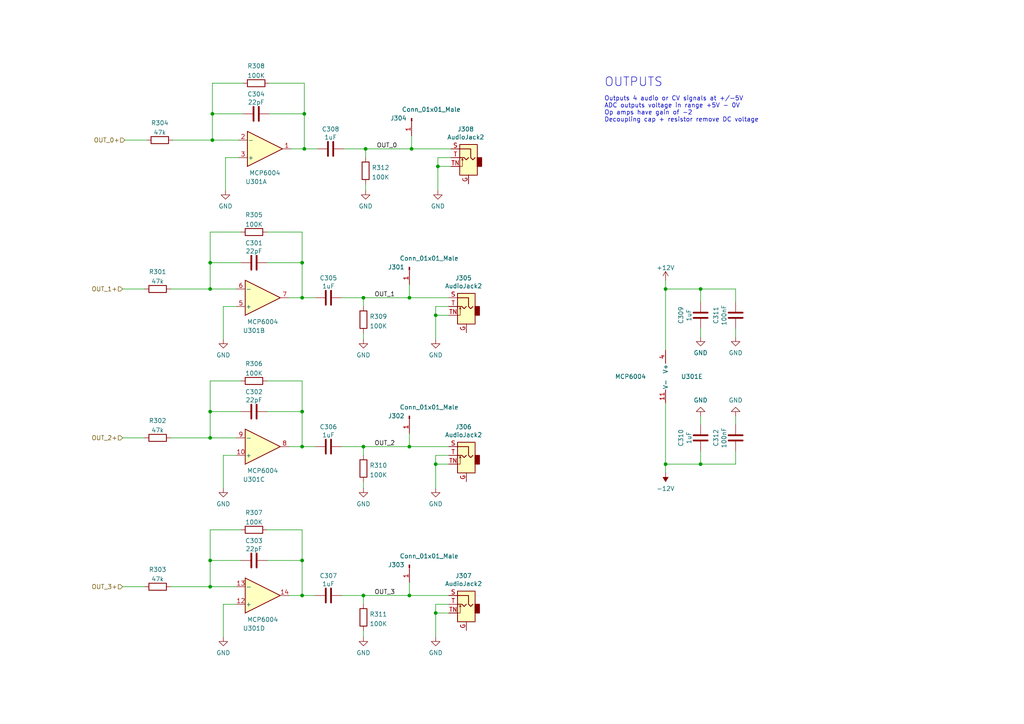
<source format=kicad_sch>
(kicad_sch (version 20211123) (generator eeschema)
  (paper "A4")
  (lib_symbols
    (symbol "Amplifier_Operational:MCP6004" (pin_names (offset 0.127))
      (property "Reference" "U" (at 0 5.08 0))
      (property "Value" "MCP6004" (at 0 -5.08 0))
      (symbol "MCP6004_1_1"
        (polyline (pts (xy -5.08 5.08) (xy 5.08 0) (xy -5.08 -5.08) (xy -5.08 5.08)) (stroke (width 0.254)) (fill (type background)))
        (pin output line (at 7.62 0 180) (length 2.54) (name "~") (number "1"))
        (pin input line (at -7.62 -2.54 0) (length 2.54) (name "-") (number "2"))
        (pin input line (at -7.62 2.54 0) (length 2.54) (name "+") (number "3"))
      )
      (symbol "MCP6004_2_1"
        (polyline (pts (xy -5.08 5.08) (xy 5.08 0) (xy -5.08 -5.08) (xy -5.08 5.08)) (stroke (width 0.254)) (fill (type background)))
        (pin input line (at -7.62 2.54 0) (length 2.54) (name "+") (number "5"))
        (pin input line (at -7.62 -2.54 0) (length 2.54) (name "-") (number "6"))
        (pin output line (at 7.62 0 180) (length 2.54) (name "~") (number "7"))
      )
      (symbol "MCP6004_3_1"
        (polyline (pts (xy -5.08 5.08) (xy 5.08 0) (xy -5.08 -5.08) (xy -5.08 5.08)) (stroke (width 0.254)) (fill (type background)))
        (pin input line (at -7.62 2.54 0) (length 2.54) (name "+") (number "10"))
        (pin output line (at 7.62 0 180) (length 2.54) (name "~") (number "8"))
        (pin input line (at -7.62 -2.54 0) (length 2.54) (name "-") (number "9"))
      )
      (symbol "MCP6004_4_1"
        (polyline (pts (xy -5.08 5.08) (xy 5.08 0) (xy -5.08 -5.08) (xy -5.08 5.08)) (stroke (width 0.254)) (fill (type background)))
        (pin input line (at -7.62 2.54 0) (length 2.54) (name "+") (number "12"))
        (pin input line (at -7.62 -2.54 0) (length 2.54) (name "-") (number "13"))
        (pin output line (at 7.62 0 180) (length 2.54) (name "~") (number "14"))
      )
      (symbol "MCP6004_5_1"
        (pin power_in line (at -2.54 -7.62 90) (length 3.81) (name "V-") (number "11"))
        (pin power_in line (at -2.54 7.62 270) (length 3.81) (name "V+") (number "4"))
      )
    )
    (symbol "Connector:AudioJack2_Ground_SwitchT"
      (property "Reference" "J" (at 0 8.89 0))
      (property "Value" "AudioJack2_Ground_SwitchT" (at 0 6.35 0))
      (symbol "AudioJack2_Ground_SwitchT_0_1"
        (rectangle (start -2.54 0) (end -3.81 -2.54) (stroke (width 0.254)) (fill (type outline)))
        (polyline (pts (xy 1.778 -0.254) (xy 2.032 -0.762)))
        (polyline (pts (xy 0 0) (xy 0.635 -0.635) (xy 1.27 0) (xy 2.54 0)) (stroke (width 0.254)))
        (polyline (pts (xy 2.54 -2.54) (xy 1.778 -2.54) (xy 1.778 -0.254) (xy 1.524 -0.762)))
        (polyline (pts (xy 2.54 2.54) (xy -0.635 2.54) (xy -0.635 0) (xy -1.27 -0.635) (xy -1.905 0)) (stroke (width 0.254)))
        (rectangle (start 2.54 3.81) (end -2.54 -5.08) (stroke (width 0.254)) (fill (type background)))
      )
      (symbol "AudioJack2_Ground_SwitchT_1_1"
        (pin passive line (at 0 -7.62 90) (length 2.54) (name "~") (number "G"))
        (pin passive line (at 5.08 2.54 180) (length 2.54) (name "~") (number "S"))
        (pin passive line (at 5.08 0 180) (length 2.54) (name "~") (number "T"))
        (pin passive line (at 5.08 -2.54 180) (length 2.54) (name "~") (number "TN"))
      )
    )
    (symbol "Connector:Conn_01x01_Male" (pin_names (offset 1.016) hide)
      (property "Reference" "J" (at 0 2.54 0))
      (property "Value" "Conn_01x01_Male" (at 0 -2.54 0))
      (symbol "Conn_01x01_Male_1_1"
        (polyline (pts (xy 1.27 0) (xy 0.8636 0)) (stroke (width 0.1524)))
        (rectangle (start 0.8636 0.127) (end 0 -0.127) (stroke (width 0.1524)) (fill (type outline)))
        (pin passive line (at 5.08 0 180) (length 3.81) (name "Pin_1") (number "1"))
      )
    )
    (symbol "Device:C" (pin_numbers hide) (pin_names (offset 0.254))
      (property "Reference" "C" (at 0.635 2.54 0))
      (property "Value" "C" (at 0.635 -2.54 0))
      (symbol "C_0_1"
        (polyline (pts (xy -2.032 -0.762) (xy 2.032 -0.762)) (stroke (width 0.508)))
        (polyline (pts (xy -2.032 0.762) (xy 2.032 0.762)) (stroke (width 0.508)))
      )
      (symbol "C_1_1"
        (pin passive line (at 0 3.81 270) (length 2.794) (name "~") (number "1"))
        (pin passive line (at 0 -3.81 90) (length 2.794) (name "~") (number "2"))
      )
    )
    (symbol "Device:R" (pin_numbers hide) (pin_names (offset 0))
      (property "Reference" "R" (at 2.032 0 90))
      (property "Value" "R" (at 0 0 90))
      (symbol "R_0_1"
        (rectangle (start -1.016 -2.54) (end 1.016 2.54) (stroke (width 0.254)))
      )
      (symbol "R_1_1"
        (pin passive line (at 0 3.81 270) (length 1.27) (name "~") (number "1"))
        (pin passive line (at 0 -3.81 90) (length 1.27) (name "~") (number "2"))
      )
    )
    (symbol "GND_1" (power) (pin_names (offset 0))
      (property "Value" "GND_1" (at 0 -3.81 0))
      (symbol "GND_1_0_1"
        (polyline (pts (xy 0 0) (xy 0 -1.27) (xy 1.27 -1.27) (xy 0 -2.54) (xy -1.27 -1.27) (xy 0 -1.27)))
      )
      (symbol "GND_1_1_1"
        (pin power_in line (at 0 0 270) (length 0) hide (name "GND") (number "1"))
      )
    )
    (symbol "power:+12V" (power) (pin_names (offset 0))
      (property "Value" "+12V" (at 0 3.556 0))
      (symbol "+12V_0_1"
        (polyline (pts (xy -0.762 1.27) (xy 0 2.54)))
        (polyline (pts (xy 0 0) (xy 0 2.54)))
        (polyline (pts (xy 0 2.54) (xy 0.762 1.27)))
      )
      (symbol "+12V_1_1"
        (pin power_in line (at 0 0 90) (length 0) hide (name "+12V") (number "1"))
      )
    )
    (symbol "power:-12V" (power) (pin_names (offset 0))
      (property "Value" "-12V" (at 0 3.81 0))
      (symbol "-12V_0_0"
        (pin power_in line (at 0 0 90) (length 0) hide (name "-12V") (number "1"))
      )
      (symbol "-12V_0_1"
        (polyline (pts (xy 0 0) (xy 0 1.27) (xy 0.762 1.27) (xy 0 2.54) (xy -0.762 1.27) (xy 0 1.27)) (fill (type outline)))
      )
    )
    (symbol "power:GND" (power) (pin_names (offset 0))
      (property "Value" "GND" (at 0 -3.81 0))
      (symbol "GND_0_1"
        (polyline (pts (xy 0 0) (xy 0 -1.27) (xy 1.27 -1.27) (xy 0 -2.54) (xy -1.27 -1.27) (xy 0 -1.27)))
      )
      (symbol "GND_1_1"
        (pin power_in line (at 0 0 270) (length 0) hide (name "GND") (number "1"))
      )
    )
  )
  (junction (at 60.96 119.38))
  (junction (at 118.745 86.36))
  (junction (at 61.595 40.64))
  (junction (at 60.96 83.82))
  (junction (at 126.365 91.44))
  (junction (at 106.045 43.18))
  (junction (at 88.265 33.02))
  (junction (at 60.96 170.18))
  (junction (at 127 48.26))
  (junction (at 203.2 134.62))
  (junction (at 105.41 172.72))
  (junction (at 203.2 83.82))
  (junction (at 118.745 129.54))
  (junction (at 87.63 162.56))
  (junction (at 105.41 129.54))
  (junction (at 87.63 119.38))
  (junction (at 87.63 86.36))
  (junction (at 60.96 127))
  (junction (at 126.365 134.62))
  (junction (at 105.41 86.36))
  (junction (at 87.63 76.2))
  (junction (at 87.63 129.54))
  (junction (at 126.365 177.8))
  (junction (at 61.595 33.02))
  (junction (at 119.38 43.18))
  (junction (at 60.96 76.2))
  (junction (at 193.04 83.82))
  (junction (at 193.04 134.62))
  (junction (at 87.63 172.72))
  (junction (at 60.96 162.56))
  (junction (at 118.745 172.72))
  (junction (at 88.265 43.18))
  (wire (pts (xy 83.82 129.54) (xy 87.63 129.54)))
  (wire (pts (xy 64.77 88.9) (xy 64.77 98.425)))
  (wire (pts (xy 118.745 129.54) (xy 130.175 129.54)))
  (wire (pts (xy 60.96 119.38) (xy 69.85 119.38)))
  (wire (pts (xy 78.105 33.02) (xy 88.265 33.02)))
  (wire (pts (xy 87.63 86.36) (xy 91.44 86.36)))
  (wire (pts (xy 87.63 110.49) (xy 87.63 119.38)))
  (wire (pts (xy 118.745 125.73) (xy 118.745 129.54)))
  (wire (pts (xy 126.365 134.62) (xy 126.365 141.605)))
  (wire (pts (xy 60.96 119.38) (xy 60.96 127)))
  (wire (pts (xy 106.045 53.34) (xy 106.045 55.245)))
  (wire (pts (xy 130.175 91.44) (xy 126.365 91.44)))
  (wire (pts (xy 49.53 83.82) (xy 60.96 83.82)))
  (wire (pts (xy 105.41 172.72) (xy 118.745 172.72)))
  (wire (pts (xy 88.265 24.13) (xy 88.265 33.02)))
  (wire (pts (xy 77.47 76.2) (xy 87.63 76.2)))
  (wire (pts (xy 126.365 175.26) (xy 126.365 177.8)))
  (wire (pts (xy 60.96 162.56) (xy 69.85 162.56)))
  (wire (pts (xy 99.695 43.18) (xy 106.045 43.18)))
  (wire (pts (xy 69.85 67.31) (xy 60.96 67.31)))
  (wire (pts (xy 130.81 45.72) (xy 127 45.72)))
  (wire (pts (xy 193.04 83.82) (xy 203.2 83.82)))
  (wire (pts (xy 130.175 175.26) (xy 126.365 175.26)))
  (wire (pts (xy 61.595 40.64) (xy 69.215 40.64)))
  (wire (pts (xy 69.85 110.49) (xy 60.96 110.49)))
  (wire (pts (xy 61.595 33.02) (xy 70.485 33.02)))
  (wire (pts (xy 87.63 119.38) (xy 87.63 129.54)))
  (wire (pts (xy 130.175 132.08) (xy 126.365 132.08)))
  (wire (pts (xy 105.41 182.88) (xy 105.41 184.785)))
  (wire (pts (xy 213.36 123.19) (xy 213.36 120.65)))
  (wire (pts (xy 35.56 83.82) (xy 41.91 83.82)))
  (wire (pts (xy 78.105 24.13) (xy 88.265 24.13)))
  (wire (pts (xy 87.63 67.31) (xy 87.63 76.2)))
  (wire (pts (xy 87.63 162.56) (xy 87.63 172.72)))
  (wire (pts (xy 60.96 170.18) (xy 68.58 170.18)))
  (wire (pts (xy 36.195 40.64) (xy 42.545 40.64)))
  (wire (pts (xy 60.96 83.82) (xy 68.58 83.82)))
  (wire (pts (xy 118.745 168.91) (xy 118.745 172.72)))
  (wire (pts (xy 77.47 110.49) (xy 87.63 110.49)))
  (wire (pts (xy 60.96 76.2) (xy 60.96 83.82)))
  (wire (pts (xy 77.47 67.31) (xy 87.63 67.31)))
  (wire (pts (xy 68.58 88.9) (xy 64.77 88.9)))
  (wire (pts (xy 193.04 137.16) (xy 193.04 134.62)))
  (wire (pts (xy 127 48.26) (xy 127 55.245)))
  (wire (pts (xy 106.045 43.18) (xy 106.045 45.72)))
  (wire (pts (xy 49.53 127) (xy 60.96 127)))
  (wire (pts (xy 88.265 33.02) (xy 88.265 43.18)))
  (wire (pts (xy 61.595 24.13) (xy 61.595 33.02)))
  (wire (pts (xy 130.81 48.26) (xy 127 48.26)))
  (wire (pts (xy 60.96 162.56) (xy 60.96 170.18)))
  (wire (pts (xy 119.38 43.18) (xy 130.81 43.18)))
  (wire (pts (xy 68.58 175.26) (xy 64.77 175.26)))
  (wire (pts (xy 126.365 91.44) (xy 126.365 98.425)))
  (wire (pts (xy 203.2 83.82) (xy 203.2 87.63)))
  (wire (pts (xy 105.41 139.7) (xy 105.41 141.605)))
  (wire (pts (xy 203.2 95.25) (xy 203.2 97.79)))
  (wire (pts (xy 118.745 172.72) (xy 130.175 172.72)))
  (wire (pts (xy 50.165 40.64) (xy 61.595 40.64)))
  (wire (pts (xy 105.41 86.36) (xy 105.41 88.9)))
  (wire (pts (xy 68.58 132.08) (xy 64.77 132.08)))
  (wire (pts (xy 35.56 170.18) (xy 41.91 170.18)))
  (wire (pts (xy 69.215 45.72) (xy 65.405 45.72)))
  (wire (pts (xy 60.96 67.31) (xy 60.96 76.2)))
  (wire (pts (xy 213.36 83.82) (xy 213.36 87.63)))
  (wire (pts (xy 70.485 24.13) (xy 61.595 24.13)))
  (wire (pts (xy 83.82 86.36) (xy 87.63 86.36)))
  (wire (pts (xy 69.85 153.67) (xy 60.96 153.67)))
  (wire (pts (xy 126.365 177.8) (xy 126.365 184.785)))
  (wire (pts (xy 65.405 45.72) (xy 65.405 55.245)))
  (wire (pts (xy 105.41 96.52) (xy 105.41 98.425)))
  (wire (pts (xy 213.36 134.62) (xy 213.36 130.81)))
  (wire (pts (xy 60.96 127) (xy 68.58 127)))
  (wire (pts (xy 99.06 172.72) (xy 105.41 172.72)))
  (wire (pts (xy 87.63 76.2) (xy 87.63 86.36)))
  (wire (pts (xy 106.045 43.18) (xy 119.38 43.18)))
  (wire (pts (xy 203.2 83.82) (xy 213.36 83.82)))
  (wire (pts (xy 83.82 172.72) (xy 87.63 172.72)))
  (wire (pts (xy 77.47 119.38) (xy 87.63 119.38)))
  (wire (pts (xy 105.41 129.54) (xy 118.745 129.54)))
  (wire (pts (xy 193.04 134.62) (xy 193.04 116.84)))
  (wire (pts (xy 193.04 81.28) (xy 193.04 83.82)))
  (wire (pts (xy 60.96 153.67) (xy 60.96 162.56)))
  (wire (pts (xy 60.96 110.49) (xy 60.96 119.38)))
  (wire (pts (xy 203.2 134.62) (xy 213.36 134.62)))
  (wire (pts (xy 84.455 43.18) (xy 88.265 43.18)))
  (wire (pts (xy 77.47 153.67) (xy 87.63 153.67)))
  (wire (pts (xy 118.745 86.36) (xy 130.175 86.36)))
  (wire (pts (xy 203.2 123.19) (xy 203.2 120.65)))
  (wire (pts (xy 193.04 83.82) (xy 193.04 101.6)))
  (wire (pts (xy 126.365 88.9) (xy 126.365 91.44)))
  (wire (pts (xy 77.47 162.56) (xy 87.63 162.56)))
  (wire (pts (xy 99.06 129.54) (xy 105.41 129.54)))
  (wire (pts (xy 203.2 134.62) (xy 203.2 130.81)))
  (wire (pts (xy 119.38 39.37) (xy 119.38 43.18)))
  (wire (pts (xy 127 45.72) (xy 127 48.26)))
  (wire (pts (xy 61.595 33.02) (xy 61.595 40.64)))
  (wire (pts (xy 130.175 88.9) (xy 126.365 88.9)))
  (wire (pts (xy 35.56 127) (xy 41.91 127)))
  (wire (pts (xy 64.77 132.08) (xy 64.77 141.605)))
  (wire (pts (xy 193.04 134.62) (xy 203.2 134.62)))
  (wire (pts (xy 60.96 76.2) (xy 69.85 76.2)))
  (wire (pts (xy 130.175 177.8) (xy 126.365 177.8)))
  (wire (pts (xy 87.63 129.54) (xy 91.44 129.54)))
  (wire (pts (xy 64.77 175.26) (xy 64.77 184.785)))
  (wire (pts (xy 99.06 86.36) (xy 105.41 86.36)))
  (wire (pts (xy 105.41 172.72) (xy 105.41 175.26)))
  (wire (pts (xy 49.53 170.18) (xy 60.96 170.18)))
  (wire (pts (xy 213.36 95.25) (xy 213.36 97.79)))
  (wire (pts (xy 87.63 172.72) (xy 91.44 172.72)))
  (wire (pts (xy 118.745 82.55) (xy 118.745 86.36)))
  (wire (pts (xy 130.175 134.62) (xy 126.365 134.62)))
  (wire (pts (xy 105.41 86.36) (xy 118.745 86.36)))
  (wire (pts (xy 87.63 153.67) (xy 87.63 162.56)))
  (wire (pts (xy 105.41 129.54) (xy 105.41 132.08)))
  (wire (pts (xy 126.365 132.08) (xy 126.365 134.62)))
  (wire (pts (xy 88.265 43.18) (xy 92.075 43.18)))
  (text "OUTPUTS" (at 175.26 25.4 0) (effects (font (size 2.54 2.54)) (justify left bottom)))
  (text "Outputs 4 audio or CV signals at +/-5V\nADC outputs voltage in range +5V - 0V\nOp amps have gain of -2\nDecoupling cap + resistor remove DC voltage" (at 175.26 35.56 0) (effects (font (size 1.27 1.27)) (justify left bottom)))
  (label "OUT_1" (at 108.585 86.36 0))
  (label "OUT_0" (at 109.22 43.18 0))
  (label "OUT_2" (at 108.585 129.54 0))
  (label "OUT_3" (at 108.585 172.72 0))
  (hierarchical_label "OUT_3+" (shape input) (at 35.56 170.18 180))
  (hierarchical_label "OUT_0+" (shape input) (at 36.195 40.64 180))
  (hierarchical_label "OUT_1+" (shape input) (at 35.56 83.82 180))
  (hierarchical_label "OUT_2+" (shape input) (at 35.56 127 180))
  (symbol (lib_id "Device:C") (at 73.66 119.38 270) (unit 1)
    (property "Reference" "C302" (at 73.66 113.665 90))
    (property "Value" "22pF" (at 73.66 116.0296 90))
    (property "Footprint" "Capacitor_SMD:C_0805_2012Metric_Pad1.18x1.45mm_HandSolder" (effects hide))
  )
  (symbol (lib_id "Device:C") (at 74.295 33.02 270) (unit 1)
    (property "Reference" "C304" (at 74.295 27.305 90))
    (property "Value" "22pF" (at 74.295 29.6696 90))
    (property "Footprint" "Capacitor_SMD:C_0805_2012Metric_Pad1.18x1.45mm_HandSolder" (effects hide))
  )
  (symbol (lib_id "power:GND") (at 203.2 120.65 0) (mirror x) (unit 1)
    (property "Reference" "#PWR0171" (effects hide))
    (property "Value" "GND" (at 203.2 116.0875 0))
  )
  (symbol (lib_id "Device:R") (at 73.66 110.49 90) (unit 1)
    (property "Reference" "R306" (at 73.66 105.5075 90))
    (property "Value" "100K" (at 73.66 108.2826 90))
    (property "Footprint" "Resistor_SMD:R_0805_2012Metric_Pad1.20x1.40mm_HandSolder" (effects hide))
  )
  (symbol (lib_id "Device:C") (at 95.25 129.54 270) (unit 1)
    (property "Reference" "C306" (at 95.25 123.825 90))
    (property "Value" "1uF" (at 95.25 126.1896 90))
    (property "Footprint" "Capacitor_SMD:C_0805_2012Metric_Pad1.18x1.45mm_HandSolder" (effects hide))
  )
  (symbol (lib_name "GND_1") (lib_id "power:GND") (at 126.365 184.785 0) (mirror y) (unit 1)
    (property "Reference" "#PWR0178" (effects hide))
    (property "Value" "GND" (at 126.365 189.3475 0))
  )
  (symbol (lib_id "Device:C") (at 213.36 91.44 0) (unit 1)
    (property "Reference" "C311" (at 207.645 91.44 90))
    (property "Value" "100nF" (at 210.0096 91.44 90))
    (property "Footprint" "Capacitor_SMD:C_0805_2012Metric_Pad1.18x1.45mm_HandSolder" (effects hide))
  )
  (symbol (lib_id "power:GND") (at 105.41 98.425 0) (unit 1)
    (property "Reference" "#PWR0183" (effects hide))
    (property "Value" "GND" (at 105.41 102.9875 0))
  )
  (symbol (lib_id "power:GND") (at 213.36 120.65 0) (mirror x) (unit 1)
    (property "Reference" "#PWR0167" (effects hide))
    (property "Value" "GND" (at 213.36 116.0875 0))
  )
  (symbol (lib_name "GND_1") (lib_id "power:GND") (at 126.365 141.605 0) (mirror y) (unit 1)
    (property "Reference" "#PWR0175" (effects hide))
    (property "Value" "GND" (at 126.365 146.1675 0))
  )
  (symbol (lib_id "Connector:AudioJack2_Ground_SwitchT") (at 135.89 45.72 0) (mirror y) (unit 1)
    (property "Reference" "J308" (at 135.0772 37.465 0))
    (property "Value" "AudioJack2" (at 135.0772 39.7764 0))
    (property "Footprint" "AudioJacks:Jack_3.5mm_QingPu_WQP-PJ398SM_Vertical" (effects hide))
  )
  (symbol (lib_id "Device:R") (at 45.72 170.18 90) (unit 1)
    (property "Reference" "R303" (at 45.72 165.1975 90))
    (property "Value" "47k" (at 45.72 167.9726 90))
    (property "Footprint" "Resistor_SMD:R_0805_2012Metric_Pad1.20x1.40mm_HandSolder" (effects hide))
  )
  (symbol (lib_id "Device:R") (at 105.41 135.89 180) (unit 1)
    (property "Reference" "R310" (at 107.188 134.9815 0) (effects (justify right)))
    (property "Value" "100K" (at 107.188 137.7566 0) (effects (justify right)))
    (property "Footprint" "Resistor_SMD:R_0805_2012Metric_Pad1.20x1.40mm_HandSolder" (effects hide))
  )
  (symbol (lib_id "Connector:Conn_01x01_Male") (at 118.745 77.47 90) (mirror x) (unit 1)
    (property "Reference" "J301" (at 114.935 77.47 90))
    (property "Value" "Conn_01x01_Male" (at 124.46 74.93 90))
    (property "Footprint" "Connector_PinSocket_2.54mm:PinSocket_1x01_P2.54mm_Vertical" (effects hide))
  )
  (symbol (lib_id "Device:C") (at 213.36 127 0) (mirror x) (unit 1)
    (property "Reference" "C312" (at 207.645 127 90))
    (property "Value" "100nF" (at 210.0096 127 90))
    (property "Footprint" "Capacitor_SMD:C_0805_2012Metric_Pad1.18x1.45mm_HandSolder" (effects hide))
  )
  (symbol (lib_id "Device:R") (at 74.295 24.13 90) (unit 1)
    (property "Reference" "R308" (at 74.295 19.1475 90))
    (property "Value" "100K" (at 74.295 21.9226 90))
    (property "Footprint" "Resistor_SMD:R_0805_2012Metric_Pad1.20x1.40mm_HandSolder" (effects hide))
  )
  (symbol (lib_id "power:GND") (at 105.41 141.605 0) (unit 1)
    (property "Reference" "#PWR0176" (effects hide))
    (property "Value" "GND" (at 105.41 146.1675 0))
  )
  (symbol (lib_name "GND_1") (lib_id "power:GND") (at 127 55.245 0) (mirror y) (unit 1)
    (property "Reference" "#PWR0181" (effects hide))
    (property "Value" "GND" (at 127 59.8075 0))
  )
  (symbol (lib_id "power:-12V") (at 193.04 137.16 180) (unit 1)
    (property "Reference" "#PWR0168" (effects hide))
    (property "Value" "-12V" (at 193.04 141.7225 0))
  )
  (symbol (lib_id "Amplifier_Operational:MCP6004") (at 76.2 86.36 0) (mirror x) (unit 2)
    (property "Reference" "U301" (at 73.66 95.885 0))
    (property "Value" "MCP6004" (at 76.2 93.345 0))
    (property "Footprint" "Package_SO:SOIC-14_3.9x8.7mm_P1.27mm" (effects hide))
    (property "Datasheet" "http://ww1.microchip.com/downloads/en/DeviceDoc/21733j.pdf" (effects hide))
  )
  (symbol (lib_id "power:+12V") (at 193.04 81.28 0) (unit 1)
    (property "Reference" "#PWR0180" (effects hide))
    (property "Value" "+12V" (at 193.04 77.6755 0))
  )
  (symbol (lib_id "Device:C") (at 95.885 43.18 270) (unit 1)
    (property "Reference" "C308" (at 95.885 37.465 90))
    (property "Value" "1uF" (at 95.885 39.8296 90))
    (property "Footprint" "Capacitor_SMD:C_0805_2012Metric_Pad1.18x1.45mm_HandSolder" (effects hide))
  )
  (symbol (lib_id "Device:C") (at 95.25 172.72 270) (unit 1)
    (property "Reference" "C307" (at 95.25 167.005 90))
    (property "Value" "1uF" (at 95.25 169.3696 90))
    (property "Footprint" "Capacitor_SMD:C_0805_2012Metric_Pad1.18x1.45mm_HandSolder" (effects hide))
  )
  (symbol (lib_id "Device:R") (at 73.66 67.31 90) (unit 1)
    (property "Reference" "R305" (at 73.66 62.3275 90))
    (property "Value" "100K" (at 73.66 65.1026 90))
    (property "Footprint" "Resistor_SMD:R_0805_2012Metric_Pad1.20x1.40mm_HandSolder" (effects hide))
  )
  (symbol (lib_id "Connector:AudioJack2_Ground_SwitchT") (at 135.255 175.26 0) (mirror y) (unit 1)
    (property "Reference" "J307" (at 134.4422 167.005 0))
    (property "Value" "AudioJack2" (at 134.4422 169.3164 0))
    (property "Footprint" "AudioJacks:Jack_3.5mm_QingPu_WQP-PJ398SM_Vertical" (effects hide))
  )
  (symbol (lib_id "Amplifier_Operational:MCP6004") (at 76.2 172.72 0) (mirror x) (unit 4)
    (property "Reference" "U301" (at 73.66 182.245 0))
    (property "Value" "MCP6004" (at 76.2 179.705 0))
    (property "Footprint" "Package_SO:SOIC-14_3.9x8.7mm_P1.27mm" (effects hide))
    (property "Datasheet" "http://ww1.microchip.com/downloads/en/DeviceDoc/21733j.pdf" (effects hide))
  )
  (symbol (lib_id "Device:C") (at 73.66 76.2 270) (unit 1)
    (property "Reference" "C301" (at 73.66 70.485 90))
    (property "Value" "22pF" (at 73.66 72.8496 90))
    (property "Footprint" "Capacitor_SMD:C_0805_2012Metric_Pad1.18x1.45mm_HandSolder" (effects hide))
  )
  (symbol (lib_id "Device:R") (at 45.72 127 90) (unit 1)
    (property "Reference" "R302" (at 45.72 122.0175 90))
    (property "Value" "47k" (at 45.72 124.7926 90))
    (property "Footprint" "Resistor_SMD:R_0805_2012Metric_Pad1.20x1.40mm_HandSolder" (effects hide))
  )
  (symbol (lib_id "power:GND") (at 213.36 97.79 0) (unit 1)
    (property "Reference" "#PWR0169" (effects hide))
    (property "Value" "GND" (at 213.36 102.3525 0))
  )
  (symbol (lib_id "Connector:Conn_01x01_Male") (at 119.38 34.29 90) (mirror x) (unit 1)
    (property "Reference" "J304" (at 115.57 34.29 90))
    (property "Value" "Conn_01x01_Male" (at 125.095 31.75 90))
    (property "Footprint" "Connector_PinSocket_2.54mm:PinSocket_1x01_P2.54mm_Vertical" (effects hide))
  )
  (symbol (lib_id "Device:R") (at 105.41 92.71 180) (unit 1)
    (property "Reference" "R309" (at 107.188 91.8015 0) (effects (justify right)))
    (property "Value" "100K" (at 107.188 94.5766 0) (effects (justify right)))
    (property "Footprint" "Resistor_SMD:R_0805_2012Metric_Pad1.20x1.40mm_HandSolder" (effects hide))
  )
  (symbol (lib_id "power:GND") (at 203.2 97.79 0) (unit 1)
    (property "Reference" "#PWR0170" (effects hide))
    (property "Value" "GND" (at 203.2 102.3525 0))
  )
  (symbol (lib_id "Device:C") (at 95.25 86.36 270) (unit 1)
    (property "Reference" "C305" (at 95.25 80.645 90))
    (property "Value" "1uF" (at 95.25 83.0096 90))
    (property "Footprint" "Capacitor_SMD:C_0805_2012Metric_Pad1.18x1.45mm_HandSolder" (effects hide))
  )
  (symbol (lib_id "Device:C") (at 203.2 91.44 0) (unit 1)
    (property "Reference" "C309" (at 197.485 91.44 90))
    (property "Value" "1uF" (at 199.8496 91.44 90))
    (property "Footprint" "Capacitor_SMD:C_0805_2012Metric_Pad1.18x1.45mm_HandSolder" (effects hide))
  )
  (symbol (lib_id "Device:R") (at 106.045 49.53 180) (unit 1)
    (property "Reference" "R312" (at 107.823 48.6215 0) (effects (justify right)))
    (property "Value" "100K" (at 107.823 51.3966 0) (effects (justify right)))
    (property "Footprint" "Resistor_SMD:R_0805_2012Metric_Pad1.20x1.40mm_HandSolder" (effects hide))
  )
  (symbol (lib_id "power:GND") (at 105.41 184.785 0) (unit 1)
    (property "Reference" "#PWR0177" (effects hide))
    (property "Value" "GND" (at 105.41 189.3475 0))
  )
  (symbol (lib_name "GND_1") (lib_id "power:GND") (at 126.365 98.425 0) (mirror y) (unit 1)
    (property "Reference" "#PWR0184" (effects hide))
    (property "Value" "GND" (at 126.365 102.9875 0))
  )
  (symbol (lib_name "GND_1") (lib_id "power:GND") (at 64.77 141.605 0) (mirror y) (unit 1)
    (property "Reference" "#PWR0173" (effects hide))
    (property "Value" "GND" (at 64.77 146.1675 0))
  )
  (symbol (lib_id "Connector:AudioJack2_Ground_SwitchT") (at 135.255 132.08 0) (mirror y) (unit 1)
    (property "Reference" "J306" (at 134.4422 123.825 0))
    (property "Value" "AudioJack2" (at 134.4422 126.1364 0))
    (property "Footprint" "AudioJacks:Jack_3.5mm_QingPu_WQP-PJ398SM_Vertical" (effects hide))
  )
  (symbol (lib_id "Connector:AudioJack2_Ground_SwitchT") (at 135.255 88.9 0) (mirror y) (unit 1)
    (property "Reference" "J305" (at 134.4422 80.645 0))
    (property "Value" "AudioJack2" (at 134.4422 82.9564 0))
    (property "Footprint" "AudioJacks:Jack_3.5mm_QingPu_WQP-PJ398SM_Vertical" (effects hide))
  )
  (symbol (lib_id "Device:R") (at 73.66 153.67 90) (unit 1)
    (property "Reference" "R307" (at 73.66 148.6875 90))
    (property "Value" "100K" (at 73.66 151.4626 90))
    (property "Footprint" "Resistor_SMD:R_0805_2012Metric_Pad1.20x1.40mm_HandSolder" (effects hide))
  )
  (symbol (lib_id "Connector:Conn_01x01_Male") (at 118.745 120.65 90) (mirror x) (unit 1)
    (property "Reference" "J302" (at 114.935 120.65 90))
    (property "Value" "Conn_01x01_Male" (at 124.46 118.11 90))
    (property "Footprint" "Connector_PinSocket_2.54mm:PinSocket_1x01_P2.54mm_Vertical" (effects hide))
  )
  (symbol (lib_id "Amplifier_Operational:MCP6004") (at 76.835 43.18 0) (mirror x) (unit 1)
    (property "Reference" "U301" (at 74.295 52.705 0))
    (property "Value" "MCP6004" (at 76.835 50.165 0))
    (property "Footprint" "Package_SO:SOIC-14_3.9x8.7mm_P1.27mm" (effects hide))
    (property "Datasheet" "http://ww1.microchip.com/downloads/en/DeviceDoc/21733j.pdf" (effects hide))
  )
  (symbol (lib_id "Device:C") (at 203.2 127 0) (mirror x) (unit 1)
    (property "Reference" "C310" (at 197.485 127 90))
    (property "Value" "1uF" (at 199.8496 127 90))
    (property "Footprint" "Capacitor_SMD:C_0805_2012Metric_Pad1.18x1.45mm_HandSolder" (effects hide))
  )
  (symbol (lib_id "Amplifier_Operational:MCP6004") (at 76.2 129.54 0) (mirror x) (unit 3)
    (property "Reference" "U301" (at 73.66 139.065 0))
    (property "Value" "MCP6004" (at 76.2 136.525 0))
    (property "Footprint" "Package_SO:SOIC-14_3.9x8.7mm_P1.27mm" (effects hide))
    (property "Datasheet" "http://ww1.microchip.com/downloads/en/DeviceDoc/21733j.pdf" (effects hide))
  )
  (symbol (lib_name "GND_1") (lib_id "power:GND") (at 64.77 98.425 0) (mirror y) (unit 1)
    (property "Reference" "#PWR0179" (effects hide))
    (property "Value" "GND" (at 64.77 102.9875 0))
  )
  (symbol (lib_id "Device:R") (at 46.355 40.64 90) (unit 1)
    (property "Reference" "R304" (at 46.355 35.6575 90))
    (property "Value" "47k" (at 46.355 38.4326 90))
    (property "Footprint" "Resistor_SMD:R_0805_2012Metric_Pad1.20x1.40mm_HandSolder" (effects hide))
  )
  (symbol (lib_id "Amplifier_Operational:MCP6004") (at 190.5 109.22 0) (mirror y) (unit 5)
    (property "Reference" "U301" (at 200.66 109.22 0))
    (property "Value" "MCP6004" (at 182.88 109.22 0))
    (property "Footprint" "Package_SO:SOIC-14_3.9x8.7mm_P1.27mm" (effects hide))
    (property "Datasheet" "http://ww1.microchip.com/downloads/en/DeviceDoc/21733j.pdf" (effects hide))
  )
  (symbol (lib_name "GND_1") (lib_id "power:GND") (at 64.77 184.785 0) (mirror y) (unit 1)
    (property "Reference" "#PWR0172" (effects hide))
    (property "Value" "GND" (at 64.77 189.3475 0))
  )
  (symbol (lib_id "Device:C") (at 73.66 162.56 270) (unit 1)
    (property "Reference" "C303" (at 73.66 156.845 90))
    (property "Value" "22pF" (at 73.66 159.2096 90))
    (property "Footprint" "Capacitor_SMD:C_0805_2012Metric_Pad1.18x1.45mm_HandSolder" (effects hide))
  )
  (symbol (lib_id "Device:R") (at 105.41 179.07 180) (unit 1)
    (property "Reference" "R311" (at 107.188 178.1615 0) (effects (justify right)))
    (property "Value" "100K" (at 107.188 180.9366 0) (effects (justify right)))
    (property "Footprint" "Resistor_SMD:R_0805_2012Metric_Pad1.20x1.40mm_HandSolder" (effects hide))
  )
  (symbol (lib_id "Device:R") (at 45.72 83.82 90) (unit 1)
    (property "Reference" "R301" (at 45.72 78.8375 90))
    (property "Value" "47k" (at 45.72 81.6126 90))
    (property "Footprint" "Resistor_SMD:R_0805_2012Metric_Pad1.20x1.40mm_HandSolder" (effects hide))
  )
  (symbol (lib_name "GND_1") (lib_id "power:GND") (at 65.405 55.245 0) (mirror y) (unit 1)
    (property "Reference" "#PWR0174" (effects hide))
    (property "Value" "GND" (at 65.405 59.8075 0))
  )
  (symbol (lib_id "power:GND") (at 106.045 55.245 0) (unit 1)
    (property "Reference" "#PWR0182" (effects hide))
    (property "Value" "GND" (at 106.045 59.8075 0))
  )
  (symbol (lib_id "Connector:Conn_01x01_Male") (at 118.745 163.83 90) (mirror x) (unit 1)
    (property "Reference" "J303" (at 114.935 163.83 90))
    (property "Value" "Conn_01x01_Male" (at 124.46 161.29 90))
    (property "Footprint" "Connector_PinSocket_2.54mm:PinSocket_1x01_P2.54mm_Vertical" (effects hide))
  )
)
</source>
